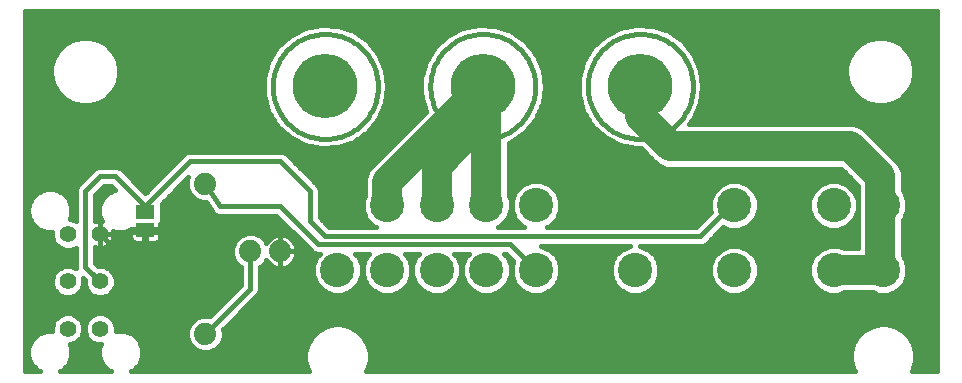
<source format=gbl>
G75*
G70*
%OFA0B0*%
%FSLAX24Y24*%
%IPPOS*%
%LPD*%
%AMOC8*
5,1,8,0,0,1.08239X$1,22.5*
%
%ADD10C,0.0160*%
%ADD11C,0.1142*%
%ADD12C,0.0740*%
%ADD13C,0.2150*%
%ADD14R,0.0630X0.0460*%
%ADD15C,0.0554*%
%ADD16C,0.1000*%
D10*
X002948Y003300D02*
X002948Y015300D01*
X033338Y015300D01*
X033338Y003300D01*
X032490Y003300D01*
X032540Y003387D01*
X032613Y003659D01*
X032613Y003941D01*
X032540Y004213D01*
X032399Y004457D01*
X032200Y004657D01*
X031956Y004798D01*
X031683Y004871D01*
X031401Y004871D01*
X031129Y004798D01*
X030885Y004657D01*
X030686Y004457D01*
X030545Y004213D01*
X030472Y003941D01*
X030472Y003659D01*
X030545Y003387D01*
X030595Y003300D01*
X014301Y003300D01*
X014351Y003387D01*
X014424Y003659D01*
X014424Y003941D01*
X014351Y004213D01*
X014210Y004457D01*
X014011Y004657D01*
X013767Y004798D01*
X013494Y004871D01*
X013212Y004871D01*
X012940Y004798D01*
X012696Y004657D01*
X012497Y004457D01*
X012356Y004213D01*
X012283Y003941D01*
X012283Y003659D01*
X012356Y003387D01*
X012406Y003300D01*
X006461Y003300D01*
X006535Y003331D01*
X006736Y003532D01*
X006845Y003795D01*
X006845Y004080D01*
X006736Y004344D01*
X006535Y004545D01*
X006271Y004654D01*
X005986Y004654D01*
X005957Y004642D01*
X005957Y004828D01*
X005878Y005018D01*
X005733Y005164D01*
X005543Y005242D01*
X005337Y005242D01*
X005147Y005164D01*
X005002Y005018D01*
X004923Y004828D01*
X004923Y004622D01*
X005002Y004432D01*
X005147Y004287D01*
X005337Y004208D01*
X005466Y004208D01*
X005413Y004080D01*
X005413Y003795D01*
X005522Y003532D01*
X005723Y003331D01*
X005797Y003300D01*
X004099Y003300D01*
X004172Y003331D01*
X004374Y003532D01*
X004483Y003795D01*
X004483Y004080D01*
X004430Y004208D01*
X004460Y004208D01*
X004650Y004287D01*
X004796Y004432D01*
X004874Y004622D01*
X004874Y004828D01*
X004796Y005018D01*
X004650Y005164D01*
X004460Y005242D01*
X004254Y005242D01*
X004064Y005164D01*
X003919Y005018D01*
X003840Y004828D01*
X003840Y004654D01*
X003624Y004654D01*
X003361Y004545D01*
X003160Y004344D01*
X003051Y004080D01*
X003051Y003795D01*
X003160Y003532D01*
X003361Y003331D01*
X003435Y003300D01*
X002948Y003300D01*
X002948Y003434D02*
X003258Y003434D01*
X003135Y003593D02*
X002948Y003593D01*
X002948Y003751D02*
X003069Y003751D01*
X003051Y003910D02*
X002948Y003910D01*
X002948Y004068D02*
X003051Y004068D01*
X003111Y004227D02*
X002948Y004227D01*
X002948Y004385D02*
X003201Y004385D01*
X003360Y004544D02*
X002948Y004544D01*
X002948Y004702D02*
X003840Y004702D01*
X003854Y004861D02*
X002948Y004861D01*
X002948Y005019D02*
X003920Y005019D01*
X004098Y005178D02*
X002948Y005178D01*
X002948Y005336D02*
X009281Y005336D01*
X009123Y005178D02*
X005699Y005178D01*
X005878Y005019D02*
X008554Y005019D01*
X008602Y005067D02*
X008431Y004896D01*
X008338Y004671D01*
X008338Y004429D01*
X008431Y004204D01*
X008602Y004033D01*
X008826Y003940D01*
X009069Y003940D01*
X009293Y004033D01*
X009465Y004204D01*
X009558Y004429D01*
X009558Y004671D01*
X009547Y004697D01*
X010719Y005869D01*
X010768Y005986D01*
X010768Y006772D01*
X010793Y006783D01*
X010965Y006954D01*
X010985Y007002D01*
X011028Y006942D01*
X011090Y006880D01*
X011160Y006830D01*
X011237Y006790D01*
X011319Y006764D01*
X011405Y006750D01*
X011448Y006750D01*
X011491Y006750D01*
X011577Y006764D01*
X011659Y006790D01*
X011736Y006830D01*
X011806Y006880D01*
X011867Y006942D01*
X011918Y007012D01*
X011958Y007089D01*
X011984Y007171D01*
X011998Y007257D01*
X011998Y007300D01*
X011998Y007343D01*
X011984Y007429D01*
X011958Y007511D01*
X011918Y007588D01*
X011867Y007658D01*
X011806Y007720D01*
X011736Y007770D01*
X011659Y007810D01*
X011577Y007836D01*
X011491Y007850D01*
X011448Y007850D01*
X011448Y007300D01*
X011998Y007300D01*
X011448Y007300D01*
X011448Y007300D01*
X011448Y007300D01*
X011448Y006750D01*
X011448Y007300D01*
X011448Y007300D01*
X011448Y007850D01*
X011405Y007850D01*
X011319Y007836D01*
X011237Y007810D01*
X011160Y007770D01*
X011090Y007720D01*
X011028Y007658D01*
X010985Y007598D01*
X010965Y007646D01*
X010793Y007817D01*
X010569Y007910D01*
X010326Y007910D01*
X010102Y007817D01*
X009931Y007646D01*
X009838Y007421D01*
X009838Y007179D01*
X009931Y006954D01*
X010102Y006783D01*
X010128Y006772D01*
X010128Y006183D01*
X009095Y005149D01*
X009069Y005160D01*
X008826Y005160D01*
X008602Y005067D01*
X008416Y004861D02*
X005944Y004861D01*
X005957Y004702D02*
X008351Y004702D01*
X008338Y004544D02*
X006536Y004544D01*
X006695Y004385D02*
X008356Y004385D01*
X008422Y004227D02*
X006785Y004227D01*
X006845Y004068D02*
X008567Y004068D01*
X009329Y004068D02*
X012317Y004068D01*
X012283Y003910D02*
X006845Y003910D01*
X006827Y003751D02*
X012283Y003751D01*
X012301Y003593D02*
X006761Y003593D01*
X006638Y003434D02*
X012343Y003434D01*
X012363Y004227D02*
X009474Y004227D01*
X009540Y004385D02*
X012455Y004385D01*
X012583Y004544D02*
X009558Y004544D01*
X009552Y004702D02*
X012775Y004702D01*
X013175Y004861D02*
X009711Y004861D01*
X009869Y005019D02*
X033338Y005019D01*
X033338Y004861D02*
X031721Y004861D01*
X031364Y004861D02*
X013532Y004861D01*
X013932Y004702D02*
X030964Y004702D01*
X030772Y004544D02*
X014124Y004544D01*
X014252Y004385D02*
X030644Y004385D01*
X030552Y004227D02*
X014343Y004227D01*
X014390Y004068D02*
X030506Y004068D01*
X030472Y003910D02*
X014424Y003910D01*
X014424Y003751D02*
X030472Y003751D01*
X030490Y003593D02*
X014406Y003593D01*
X014364Y003434D02*
X030532Y003434D01*
X032553Y003434D02*
X033338Y003434D01*
X033338Y003593D02*
X032595Y003593D01*
X032613Y003751D02*
X033338Y003751D01*
X033338Y003910D02*
X032613Y003910D01*
X032579Y004068D02*
X033338Y004068D01*
X033338Y004227D02*
X032532Y004227D01*
X032441Y004385D02*
X033338Y004385D01*
X033338Y004544D02*
X032313Y004544D01*
X032121Y004702D02*
X033338Y004702D01*
X033338Y005178D02*
X010028Y005178D01*
X010186Y005336D02*
X033338Y005336D01*
X033338Y005495D02*
X010345Y005495D01*
X010503Y005653D02*
X033338Y005653D01*
X033338Y005812D02*
X010662Y005812D01*
X010761Y005970D02*
X012934Y005970D01*
X012894Y005987D02*
X013192Y005863D01*
X013515Y005863D01*
X013813Y005987D01*
X014041Y006215D01*
X014164Y006513D01*
X014164Y006835D01*
X014041Y007133D01*
X013944Y007230D01*
X014416Y007230D01*
X014319Y007133D01*
X014196Y006835D01*
X014196Y006513D01*
X014319Y006215D01*
X014548Y005987D01*
X014846Y005863D01*
X015168Y005863D01*
X015466Y005987D01*
X015694Y006215D01*
X015818Y006513D01*
X015818Y006835D01*
X015694Y007133D01*
X015598Y007230D01*
X016070Y007230D01*
X015973Y007133D01*
X015850Y006835D01*
X015850Y006513D01*
X015973Y006215D01*
X016201Y005987D01*
X016499Y005863D01*
X016822Y005863D01*
X017120Y005987D01*
X017348Y006215D01*
X017471Y006513D01*
X017471Y006835D01*
X017348Y007133D01*
X017251Y007230D01*
X017723Y007230D01*
X017627Y007133D01*
X017503Y006835D01*
X017503Y006513D01*
X017627Y006215D01*
X017855Y005987D01*
X018153Y005863D01*
X018475Y005863D01*
X018773Y005987D01*
X019001Y006215D01*
X019125Y006513D01*
X019125Y006835D01*
X019001Y007133D01*
X018905Y007230D01*
X018959Y007230D01*
X019214Y006975D01*
X019157Y006835D01*
X019157Y006513D01*
X019280Y006215D01*
X019508Y005987D01*
X019806Y005863D01*
X020129Y005863D01*
X020427Y005987D01*
X020655Y006215D01*
X020778Y006513D01*
X020778Y006835D01*
X020655Y007133D01*
X020427Y007361D01*
X020141Y007480D01*
X023102Y007480D01*
X022815Y007361D01*
X022587Y007133D01*
X022464Y006835D01*
X022464Y006513D01*
X022587Y006215D01*
X022815Y005987D01*
X023113Y005863D01*
X023436Y005863D01*
X023734Y005987D01*
X023962Y006215D01*
X024085Y006513D01*
X024085Y006835D01*
X023962Y007133D01*
X023734Y007361D01*
X023448Y007480D01*
X025511Y007480D01*
X025629Y007529D01*
X026214Y008114D01*
X026420Y008029D01*
X026743Y008029D01*
X027041Y008152D01*
X027269Y008380D01*
X027393Y008678D01*
X027393Y009001D01*
X027269Y009299D01*
X027041Y009527D01*
X026743Y009650D01*
X026420Y009650D01*
X026122Y009527D01*
X025894Y009299D01*
X025771Y009001D01*
X025771Y008678D01*
X025801Y008606D01*
X025315Y008120D01*
X020350Y008120D01*
X020427Y008152D01*
X020655Y008380D01*
X020778Y008678D01*
X020778Y009001D01*
X020655Y009299D01*
X020427Y009527D01*
X020129Y009650D01*
X019806Y009650D01*
X019508Y009527D01*
X019280Y009299D01*
X019157Y009001D01*
X019157Y008678D01*
X019280Y008380D01*
X019508Y008152D01*
X019585Y008120D01*
X018696Y008120D01*
X018773Y008152D01*
X019001Y008380D01*
X019125Y008678D01*
X019125Y009001D01*
X019054Y009172D01*
X019054Y010928D01*
X019150Y010962D01*
X019150Y010962D01*
X019611Y011287D01*
X019611Y011287D01*
X019611Y011287D01*
X019966Y011724D01*
X019966Y011724D01*
X020191Y012242D01*
X020268Y012800D01*
X020191Y013358D01*
X020191Y013358D01*
X019966Y013876D01*
X019611Y014313D01*
X019611Y014313D01*
X019150Y014638D01*
X018619Y014827D01*
X018057Y014865D01*
X018057Y014865D01*
X017505Y014750D01*
X017505Y014750D01*
X017004Y014491D01*
X016592Y014106D01*
X016299Y013625D01*
X016147Y013082D01*
X016147Y012518D01*
X016299Y011975D01*
X016310Y011958D01*
X014380Y010028D01*
X014267Y009756D01*
X014267Y009172D01*
X014196Y009001D01*
X014196Y008678D01*
X014319Y008380D01*
X014548Y008152D01*
X014625Y008120D01*
X013080Y008120D01*
X012768Y008433D01*
X012768Y009364D01*
X012719Y009481D01*
X012629Y009571D01*
X011629Y010571D01*
X011511Y010620D01*
X008384Y010620D01*
X008267Y010571D01*
X006948Y009253D01*
X006129Y010071D01*
X006011Y010120D01*
X005384Y010120D01*
X005267Y010071D01*
X004767Y009571D01*
X004767Y009571D01*
X004677Y009481D01*
X004628Y009364D01*
X004628Y008323D01*
X004460Y008392D01*
X004430Y008392D01*
X004483Y008520D01*
X004483Y008805D01*
X004374Y009068D01*
X004172Y009269D01*
X003909Y009378D01*
X003624Y009378D01*
X003361Y009269D01*
X003160Y009068D01*
X003051Y008805D01*
X003051Y008520D01*
X003160Y008256D01*
X003361Y008055D01*
X003624Y007946D01*
X003840Y007946D01*
X003840Y007772D01*
X003919Y007582D01*
X004064Y007436D01*
X004254Y007358D01*
X004460Y007358D01*
X004628Y007427D01*
X004628Y006748D01*
X004460Y006817D01*
X004254Y006817D01*
X004064Y006738D01*
X003919Y006593D01*
X003840Y006403D01*
X003840Y006197D01*
X003919Y006007D01*
X004064Y005862D01*
X004254Y005783D01*
X004460Y005783D01*
X004650Y005862D01*
X004796Y006007D01*
X004874Y006197D01*
X004874Y006403D01*
X004867Y006420D01*
X004923Y006365D01*
X004923Y006197D01*
X005002Y006007D01*
X005147Y005862D01*
X005337Y005783D01*
X005543Y005783D01*
X005733Y005862D01*
X005878Y006007D01*
X005957Y006197D01*
X005957Y006403D01*
X005878Y006593D01*
X005733Y006738D01*
X005543Y006817D01*
X005375Y006817D01*
X005268Y006925D01*
X005268Y007450D01*
X005333Y007429D01*
X005404Y007418D01*
X005431Y007418D01*
X005431Y007866D01*
X005449Y007866D01*
X005449Y007883D01*
X005897Y007883D01*
X005897Y007911D01*
X005886Y007982D01*
X005884Y007989D01*
X005986Y007946D01*
X006271Y007946D01*
X006486Y008035D01*
X006913Y008035D01*
X006913Y007965D01*
X006983Y007965D01*
X006983Y008035D01*
X007443Y008035D01*
X007443Y008211D01*
X007466Y008234D01*
X007503Y008322D01*
X007503Y008878D01*
X007496Y008895D01*
X008385Y009784D01*
X008338Y009671D01*
X008338Y009429D01*
X008431Y009204D01*
X008602Y009033D01*
X008826Y008940D01*
X008970Y008940D01*
X009164Y008649D01*
X009177Y008619D01*
X009199Y008596D01*
X009217Y008570D01*
X009244Y008552D01*
X009267Y008529D01*
X009296Y008516D01*
X009323Y008499D01*
X009354Y008492D01*
X009384Y008480D01*
X009416Y008480D01*
X009447Y008474D01*
X009479Y008480D01*
X011315Y008480D01*
X012427Y007369D01*
X012517Y007279D01*
X012634Y007230D01*
X012763Y007230D01*
X012666Y007133D01*
X012542Y006835D01*
X012542Y006513D01*
X012666Y006215D01*
X012894Y005987D01*
X012752Y006129D02*
X010768Y006129D01*
X010768Y006287D02*
X012636Y006287D01*
X012570Y006446D02*
X010768Y006446D01*
X010768Y006604D02*
X012542Y006604D01*
X012542Y006763D02*
X011570Y006763D01*
X011448Y006763D02*
X011448Y006763D01*
X011326Y006763D02*
X010768Y006763D01*
X010932Y006921D02*
X011049Y006921D01*
X011448Y006921D02*
X011448Y006921D01*
X011448Y007080D02*
X011448Y007080D01*
X011448Y007238D02*
X011448Y007238D01*
X011448Y007397D02*
X011448Y007397D01*
X011448Y007555D02*
X011448Y007555D01*
X011448Y007714D02*
X011448Y007714D01*
X011812Y007714D02*
X012082Y007714D01*
X011935Y007555D02*
X012240Y007555D01*
X012399Y007397D02*
X011989Y007397D01*
X011995Y007238D02*
X012615Y007238D01*
X012644Y007080D02*
X011953Y007080D01*
X011847Y006921D02*
X012578Y006921D01*
X012698Y007550D02*
X019092Y007550D01*
X019968Y006674D01*
X019192Y006921D02*
X019089Y006921D01*
X019109Y007080D02*
X019024Y007080D01*
X019125Y006763D02*
X019157Y006763D01*
X019157Y006604D02*
X019125Y006604D01*
X019097Y006446D02*
X019184Y006446D01*
X019250Y006287D02*
X019031Y006287D01*
X018915Y006129D02*
X019366Y006129D01*
X019548Y005970D02*
X018733Y005970D01*
X017895Y005970D02*
X017080Y005970D01*
X017262Y006129D02*
X017713Y006129D01*
X017597Y006287D02*
X017378Y006287D01*
X017443Y006446D02*
X017531Y006446D01*
X017503Y006604D02*
X017471Y006604D01*
X017471Y006763D02*
X017503Y006763D01*
X017539Y006921D02*
X017436Y006921D01*
X017370Y007080D02*
X017604Y007080D01*
X015951Y007080D02*
X015717Y007080D01*
X015782Y006921D02*
X015885Y006921D01*
X015850Y006763D02*
X015818Y006763D01*
X015818Y006604D02*
X015850Y006604D01*
X015877Y006446D02*
X015790Y006446D01*
X015724Y006287D02*
X015943Y006287D01*
X016059Y006129D02*
X015608Y006129D01*
X015426Y005970D02*
X016241Y005970D01*
X014588Y005970D02*
X013773Y005970D01*
X013955Y006129D02*
X014406Y006129D01*
X014290Y006287D02*
X014071Y006287D01*
X014136Y006446D02*
X014224Y006446D01*
X014196Y006604D02*
X014164Y006604D01*
X014164Y006763D02*
X014196Y006763D01*
X014232Y006921D02*
X014129Y006921D01*
X014063Y007080D02*
X014297Y007080D01*
X012948Y007800D02*
X025448Y007800D01*
X026487Y008839D01*
X026582Y008839D01*
X027393Y008823D02*
X029078Y008823D01*
X029078Y008678D02*
X029201Y008380D01*
X029429Y008152D01*
X029727Y008029D01*
X030050Y008029D01*
X030348Y008152D01*
X030576Y008380D01*
X030700Y008678D01*
X030700Y009001D01*
X030576Y009299D01*
X030348Y009527D01*
X030050Y009650D01*
X029727Y009650D01*
X029429Y009527D01*
X029201Y009299D01*
X029078Y009001D01*
X029078Y008678D01*
X029084Y008665D02*
X027387Y008665D01*
X027321Y008506D02*
X029149Y008506D01*
X029234Y008348D02*
X027237Y008348D01*
X027078Y008189D02*
X029392Y008189D01*
X029723Y008031D02*
X026748Y008031D01*
X026416Y008031D02*
X026131Y008031D01*
X025972Y007872D02*
X030708Y007872D01*
X030708Y007714D02*
X025814Y007714D01*
X025655Y007555D02*
X030708Y007555D01*
X030708Y007414D02*
X030221Y007414D01*
X030050Y007485D01*
X029727Y007485D01*
X029429Y007361D01*
X029201Y007133D01*
X029078Y006835D01*
X029078Y006513D01*
X029201Y006215D01*
X029429Y005987D01*
X029727Y005863D01*
X030050Y005863D01*
X030221Y005934D01*
X031210Y005934D01*
X031381Y005863D01*
X031704Y005863D01*
X032002Y005987D01*
X032230Y006215D01*
X032353Y006513D01*
X032353Y006835D01*
X032230Y007133D01*
X032188Y007175D01*
X032188Y008338D01*
X032230Y008380D01*
X032353Y008678D01*
X032353Y009001D01*
X032230Y009299D01*
X032188Y009341D01*
X032188Y009947D01*
X032075Y010219D01*
X031867Y010427D01*
X030867Y011427D01*
X030595Y011540D01*
X025066Y011540D01*
X025216Y011724D01*
X025216Y011724D01*
X025441Y012242D01*
X025518Y012800D01*
X025441Y013358D01*
X025441Y013358D01*
X025216Y013876D01*
X024861Y014313D01*
X024861Y014313D01*
X024861Y014313D01*
X024400Y014638D01*
X023869Y014827D01*
X023307Y014865D01*
X023307Y014865D01*
X022755Y014750D01*
X022755Y014750D01*
X022254Y014491D01*
X021842Y014106D01*
X021549Y013625D01*
X021549Y013625D01*
X021397Y013082D01*
X021397Y012518D01*
X021549Y011975D01*
X021842Y011494D01*
X021842Y011494D01*
X022254Y011109D01*
X022254Y011109D01*
X022755Y010850D01*
X023307Y010735D01*
X023456Y010745D01*
X023820Y010381D01*
X024029Y010173D01*
X024301Y010060D01*
X030141Y010060D01*
X030708Y009493D01*
X030708Y007414D01*
X029514Y007397D02*
X026956Y007397D01*
X027041Y007361D02*
X026743Y007485D01*
X026420Y007485D01*
X026122Y007361D01*
X025894Y007133D01*
X025771Y006835D01*
X025771Y006513D01*
X025894Y006215D01*
X026122Y005987D01*
X026420Y005863D01*
X026743Y005863D01*
X027041Y005987D01*
X027269Y006215D01*
X027393Y006513D01*
X027393Y006835D01*
X027269Y007133D01*
X027041Y007361D01*
X027164Y007238D02*
X029306Y007238D01*
X029179Y007080D02*
X027291Y007080D01*
X027357Y006921D02*
X029113Y006921D01*
X029078Y006763D02*
X027393Y006763D01*
X027393Y006604D02*
X029078Y006604D01*
X029106Y006446D02*
X027365Y006446D01*
X027299Y006287D02*
X029171Y006287D01*
X029288Y006129D02*
X027183Y006129D01*
X027001Y005970D02*
X029470Y005970D01*
X031962Y005970D02*
X033338Y005970D01*
X033338Y006129D02*
X032144Y006129D01*
X032260Y006287D02*
X033338Y006287D01*
X033338Y006446D02*
X032325Y006446D01*
X032353Y006604D02*
X033338Y006604D01*
X033338Y006763D02*
X032353Y006763D01*
X032318Y006921D02*
X033338Y006921D01*
X033338Y007080D02*
X032252Y007080D01*
X032188Y007238D02*
X033338Y007238D01*
X033338Y007397D02*
X032188Y007397D01*
X032188Y007555D02*
X033338Y007555D01*
X033338Y007714D02*
X032188Y007714D01*
X032188Y007872D02*
X033338Y007872D01*
X033338Y008031D02*
X032188Y008031D01*
X032188Y008189D02*
X033338Y008189D01*
X033338Y008348D02*
X032197Y008348D01*
X032282Y008506D02*
X033338Y008506D01*
X033338Y008665D02*
X032348Y008665D01*
X032353Y008823D02*
X033338Y008823D01*
X033338Y008982D02*
X032353Y008982D01*
X032295Y009140D02*
X033338Y009140D01*
X033338Y009299D02*
X032230Y009299D01*
X032188Y009457D02*
X033338Y009457D01*
X033338Y009616D02*
X032188Y009616D01*
X032188Y009774D02*
X033338Y009774D01*
X033338Y009933D02*
X032188Y009933D01*
X032128Y010091D02*
X033338Y010091D01*
X033338Y010250D02*
X032045Y010250D01*
X031886Y010408D02*
X033338Y010408D01*
X033338Y010567D02*
X031728Y010567D01*
X031569Y010725D02*
X033338Y010725D01*
X033338Y010884D02*
X031411Y010884D01*
X031252Y011042D02*
X033338Y011042D01*
X033338Y011201D02*
X031094Y011201D01*
X030935Y011359D02*
X033338Y011359D01*
X033338Y011518D02*
X030649Y011518D01*
X031012Y012247D02*
X031299Y012170D01*
X031597Y012170D01*
X031884Y012247D01*
X032142Y012396D01*
X032352Y012606D01*
X032501Y012864D01*
X032578Y013151D01*
X032578Y013449D01*
X032501Y013736D01*
X032352Y013994D01*
X032142Y014204D01*
X031884Y014353D01*
X031597Y014430D01*
X031299Y014430D01*
X031012Y014353D01*
X030754Y014204D01*
X030544Y013994D01*
X030395Y013736D01*
X030318Y013449D01*
X030318Y013151D01*
X030395Y012864D01*
X030544Y012606D01*
X030754Y012396D01*
X031012Y012247D01*
X030903Y012310D02*
X025450Y012310D01*
X025441Y012242D02*
X025441Y012242D01*
X025402Y012152D02*
X033338Y012152D01*
X033338Y012310D02*
X031993Y012310D01*
X032214Y012469D02*
X033338Y012469D01*
X033338Y012627D02*
X032364Y012627D01*
X032456Y012786D02*
X033338Y012786D01*
X033338Y012944D02*
X032522Y012944D01*
X032565Y013103D02*
X033338Y013103D01*
X033338Y013261D02*
X032578Y013261D01*
X032578Y013420D02*
X033338Y013420D01*
X033338Y013578D02*
X032543Y013578D01*
X032501Y013737D02*
X033338Y013737D01*
X033338Y013895D02*
X032409Y013895D01*
X032292Y014054D02*
X033338Y014054D01*
X033338Y014212D02*
X032128Y014212D01*
X031819Y014371D02*
X033338Y014371D01*
X033338Y014529D02*
X024554Y014529D01*
X024400Y014638D02*
X024400Y014638D01*
X024261Y014688D02*
X033338Y014688D01*
X033338Y014846D02*
X023587Y014846D01*
X023869Y014827D02*
X023869Y014827D01*
X023214Y014846D02*
X018337Y014846D01*
X018619Y014827D02*
X018619Y014827D01*
X019011Y014688D02*
X022633Y014688D01*
X022327Y014529D02*
X019304Y014529D01*
X019150Y014638D02*
X019150Y014638D01*
X019529Y014371D02*
X022125Y014371D01*
X022254Y014491D02*
X022254Y014491D01*
X021955Y014212D02*
X019693Y014212D01*
X019822Y014054D02*
X021810Y014054D01*
X021842Y014106D02*
X021842Y014106D01*
X021714Y013895D02*
X019951Y013895D01*
X019966Y013876D02*
X019966Y013876D01*
X020027Y013737D02*
X021617Y013737D01*
X021536Y013578D02*
X020096Y013578D01*
X020165Y013420D02*
X021492Y013420D01*
X021447Y013261D02*
X020204Y013261D01*
X020226Y013103D02*
X021403Y013103D01*
X021397Y012944D02*
X020248Y012944D01*
X020266Y012786D02*
X021397Y012786D01*
X021397Y012627D02*
X020244Y012627D01*
X020222Y012469D02*
X021411Y012469D01*
X021455Y012310D02*
X020200Y012310D01*
X020191Y012242D02*
X020191Y012242D01*
X020152Y012152D02*
X021500Y012152D01*
X021544Y011993D02*
X020083Y011993D01*
X020014Y011835D02*
X021635Y011835D01*
X021549Y011975D02*
X021549Y011975D01*
X021731Y011676D02*
X019927Y011676D01*
X019798Y011518D02*
X021828Y011518D01*
X021986Y011359D02*
X019669Y011359D01*
X019488Y011201D02*
X022156Y011201D01*
X022383Y011042D02*
X019263Y011042D01*
X019054Y010884D02*
X022689Y010884D01*
X022755Y010850D02*
X022755Y010850D01*
X023307Y010735D02*
X023307Y010735D01*
X023476Y010725D02*
X019054Y010725D01*
X019054Y010567D02*
X023635Y010567D01*
X023793Y010408D02*
X019054Y010408D01*
X019054Y010250D02*
X023952Y010250D01*
X024226Y010091D02*
X019054Y010091D01*
X019054Y009933D02*
X030269Y009933D01*
X030427Y009774D02*
X019054Y009774D01*
X019054Y009616D02*
X019722Y009616D01*
X019438Y009457D02*
X019054Y009457D01*
X019054Y009299D02*
X019280Y009299D01*
X019214Y009140D02*
X019067Y009140D01*
X019125Y008982D02*
X019157Y008982D01*
X019157Y008823D02*
X019125Y008823D01*
X019119Y008665D02*
X019162Y008665D01*
X019228Y008506D02*
X019054Y008506D01*
X018969Y008348D02*
X019313Y008348D01*
X019471Y008189D02*
X018810Y008189D01*
X020464Y008189D02*
X025384Y008189D01*
X025543Y008348D02*
X020622Y008348D01*
X020707Y008506D02*
X025701Y008506D01*
X025776Y008665D02*
X020773Y008665D01*
X020778Y008823D02*
X025771Y008823D01*
X025771Y008982D02*
X020778Y008982D01*
X020721Y009140D02*
X025829Y009140D01*
X025894Y009299D02*
X020655Y009299D01*
X020497Y009457D02*
X026053Y009457D01*
X026337Y009616D02*
X020213Y009616D01*
X016027Y011676D02*
X014677Y011676D01*
X014716Y011724D02*
X014941Y012242D01*
X015018Y012800D01*
X014941Y013358D01*
X014941Y013358D01*
X014716Y013876D01*
X014361Y014313D01*
X014361Y014313D01*
X014361Y014313D01*
X013900Y014638D01*
X013369Y014827D01*
X012807Y014865D01*
X012807Y014865D01*
X012255Y014750D01*
X012255Y014750D01*
X011754Y014491D01*
X011342Y014106D01*
X011049Y013625D01*
X011049Y013625D01*
X010897Y013082D01*
X010897Y012518D01*
X011049Y011975D01*
X011342Y011494D01*
X011342Y011494D01*
X011754Y011109D01*
X011754Y011109D01*
X012255Y010850D01*
X012807Y010735D01*
X013369Y010773D01*
X013900Y010962D01*
X013900Y010962D01*
X014361Y011287D01*
X014361Y011287D01*
X014361Y011287D01*
X014716Y011724D01*
X014716Y011724D01*
X014764Y011835D02*
X016186Y011835D01*
X016294Y011993D02*
X014833Y011993D01*
X014902Y012152D02*
X016250Y012152D01*
X016205Y012310D02*
X014950Y012310D01*
X014941Y012242D02*
X014941Y012242D01*
X014972Y012469D02*
X016161Y012469D01*
X016147Y012627D02*
X014994Y012627D01*
X015016Y012786D02*
X016147Y012786D01*
X016147Y012944D02*
X014998Y012944D01*
X014976Y013103D02*
X016153Y013103D01*
X016197Y013261D02*
X014954Y013261D01*
X014915Y013420D02*
X016242Y013420D01*
X016286Y013578D02*
X014846Y013578D01*
X014777Y013737D02*
X016367Y013737D01*
X016464Y013895D02*
X014701Y013895D01*
X014716Y013876D02*
X014716Y013876D01*
X014572Y014054D02*
X016560Y014054D01*
X016592Y014106D02*
X016592Y014106D01*
X016705Y014212D02*
X014443Y014212D01*
X014279Y014371D02*
X016875Y014371D01*
X017004Y014491D02*
X017004Y014491D01*
X017004Y014491D01*
X017077Y014529D02*
X014054Y014529D01*
X013900Y014638D02*
X013900Y014638D01*
X013761Y014688D02*
X017383Y014688D01*
X017964Y014846D02*
X013087Y014846D01*
X013369Y014827D02*
X013369Y014827D01*
X012714Y014846D02*
X002948Y014846D01*
X002948Y014688D02*
X012133Y014688D01*
X011827Y014529D02*
X002948Y014529D01*
X002948Y014371D02*
X004577Y014371D01*
X004512Y014353D02*
X004254Y014204D01*
X004044Y013994D01*
X003895Y013736D01*
X003818Y013449D01*
X003818Y013151D01*
X003895Y012864D01*
X004044Y012606D01*
X004254Y012396D01*
X004512Y012247D01*
X004799Y012170D01*
X005097Y012170D01*
X005384Y012247D01*
X005642Y012396D01*
X005852Y012606D01*
X006001Y012864D01*
X006078Y013151D01*
X006078Y013449D01*
X006001Y013736D01*
X005852Y013994D01*
X005642Y014204D01*
X005384Y014353D01*
X005097Y014430D01*
X004799Y014430D01*
X004512Y014353D01*
X004267Y014212D02*
X002948Y014212D01*
X002948Y014054D02*
X004103Y014054D01*
X003987Y013895D02*
X002948Y013895D01*
X002948Y013737D02*
X003895Y013737D01*
X003852Y013578D02*
X002948Y013578D01*
X002948Y013420D02*
X003818Y013420D01*
X003818Y013261D02*
X002948Y013261D01*
X002948Y013103D02*
X003831Y013103D01*
X003873Y012944D02*
X002948Y012944D01*
X002948Y012786D02*
X003940Y012786D01*
X004032Y012627D02*
X002948Y012627D01*
X002948Y012469D02*
X004181Y012469D01*
X004403Y012310D02*
X002948Y012310D01*
X002948Y012152D02*
X011000Y012152D01*
X010955Y012310D02*
X005493Y012310D01*
X005714Y012469D02*
X010911Y012469D01*
X010897Y012627D02*
X005864Y012627D01*
X005956Y012786D02*
X010897Y012786D01*
X010897Y012944D02*
X006022Y012944D01*
X006065Y013103D02*
X010903Y013103D01*
X010947Y013261D02*
X006078Y013261D01*
X006078Y013420D02*
X010992Y013420D01*
X011036Y013578D02*
X006043Y013578D01*
X006001Y013737D02*
X011117Y013737D01*
X011214Y013895D02*
X005909Y013895D01*
X005792Y014054D02*
X011310Y014054D01*
X011342Y014106D02*
X011342Y014106D01*
X011455Y014212D02*
X005628Y014212D01*
X005319Y014371D02*
X011625Y014371D01*
X011754Y014491D02*
X011754Y014491D01*
X011198Y012800D02*
X011200Y012886D01*
X011206Y012972D01*
X011217Y013057D01*
X011232Y013141D01*
X011250Y013225D01*
X011273Y013308D01*
X011300Y013390D01*
X011331Y013470D01*
X011366Y013548D01*
X011405Y013625D01*
X011447Y013700D01*
X011493Y013772D01*
X011542Y013842D01*
X011595Y013910D01*
X011651Y013975D01*
X011711Y014037D01*
X011773Y014097D01*
X011838Y014153D01*
X011906Y014206D01*
X011976Y014255D01*
X012048Y014301D01*
X012123Y014343D01*
X012200Y014382D01*
X012278Y014417D01*
X012358Y014448D01*
X012440Y014475D01*
X012523Y014498D01*
X012607Y014516D01*
X012691Y014531D01*
X012776Y014542D01*
X012862Y014548D01*
X012948Y014550D01*
X013034Y014548D01*
X013120Y014542D01*
X013205Y014531D01*
X013289Y014516D01*
X013373Y014498D01*
X013456Y014475D01*
X013538Y014448D01*
X013618Y014417D01*
X013696Y014382D01*
X013773Y014343D01*
X013848Y014301D01*
X013920Y014255D01*
X013990Y014206D01*
X014058Y014153D01*
X014123Y014097D01*
X014185Y014037D01*
X014245Y013975D01*
X014301Y013910D01*
X014354Y013842D01*
X014403Y013772D01*
X014449Y013700D01*
X014491Y013625D01*
X014530Y013548D01*
X014565Y013470D01*
X014596Y013390D01*
X014623Y013308D01*
X014646Y013225D01*
X014664Y013141D01*
X014679Y013057D01*
X014690Y012972D01*
X014696Y012886D01*
X014698Y012800D01*
X014696Y012714D01*
X014690Y012628D01*
X014679Y012543D01*
X014664Y012459D01*
X014646Y012375D01*
X014623Y012292D01*
X014596Y012210D01*
X014565Y012130D01*
X014530Y012052D01*
X014491Y011975D01*
X014449Y011900D01*
X014403Y011828D01*
X014354Y011758D01*
X014301Y011690D01*
X014245Y011625D01*
X014185Y011563D01*
X014123Y011503D01*
X014058Y011447D01*
X013990Y011394D01*
X013920Y011345D01*
X013848Y011299D01*
X013773Y011257D01*
X013696Y011218D01*
X013618Y011183D01*
X013538Y011152D01*
X013456Y011125D01*
X013373Y011102D01*
X013289Y011084D01*
X013205Y011069D01*
X013120Y011058D01*
X013034Y011052D01*
X012948Y011050D01*
X012862Y011052D01*
X012776Y011058D01*
X012691Y011069D01*
X012607Y011084D01*
X012523Y011102D01*
X012440Y011125D01*
X012358Y011152D01*
X012278Y011183D01*
X012200Y011218D01*
X012123Y011257D01*
X012048Y011299D01*
X011976Y011345D01*
X011906Y011394D01*
X011838Y011447D01*
X011773Y011503D01*
X011711Y011563D01*
X011651Y011625D01*
X011595Y011690D01*
X011542Y011758D01*
X011493Y011828D01*
X011447Y011900D01*
X011405Y011975D01*
X011366Y012052D01*
X011331Y012130D01*
X011300Y012210D01*
X011273Y012292D01*
X011250Y012375D01*
X011232Y012459D01*
X011217Y012543D01*
X011206Y012628D01*
X011200Y012714D01*
X011198Y012800D01*
X011044Y011993D02*
X002948Y011993D01*
X002948Y011835D02*
X011135Y011835D01*
X011049Y011975D02*
X011049Y011975D01*
X011231Y011676D02*
X002948Y011676D01*
X002948Y011518D02*
X011328Y011518D01*
X011342Y011494D02*
X011342Y011494D01*
X011486Y011359D02*
X002948Y011359D01*
X002948Y011201D02*
X011656Y011201D01*
X011883Y011042D02*
X002948Y011042D01*
X002948Y010884D02*
X012189Y010884D01*
X012255Y010850D02*
X012255Y010850D01*
X012807Y010735D02*
X012807Y010735D01*
X013369Y010773D02*
X013369Y010773D01*
X013679Y010884D02*
X015235Y010884D01*
X015393Y011042D02*
X014013Y011042D01*
X014238Y011201D02*
X015552Y011201D01*
X015710Y011359D02*
X014419Y011359D01*
X014548Y011518D02*
X015869Y011518D01*
X015076Y010725D02*
X002948Y010725D01*
X002948Y010567D02*
X008262Y010567D01*
X008103Y010408D02*
X002948Y010408D01*
X002948Y010250D02*
X007945Y010250D01*
X007786Y010091D02*
X006081Y010091D01*
X006268Y009933D02*
X007628Y009933D01*
X007469Y009774D02*
X006426Y009774D01*
X006585Y009616D02*
X007311Y009616D01*
X007152Y009457D02*
X006743Y009457D01*
X006902Y009299D02*
X006994Y009299D01*
X007582Y008982D02*
X008726Y008982D01*
X008495Y009140D02*
X007740Y009140D01*
X007899Y009299D02*
X008392Y009299D01*
X008338Y009457D02*
X008057Y009457D01*
X008216Y009616D02*
X008338Y009616D01*
X008374Y009774D02*
X008380Y009774D01*
X008948Y009550D02*
X009448Y008800D01*
X011448Y008800D01*
X012698Y007550D01*
X012948Y007800D02*
X012448Y008300D01*
X012448Y009300D01*
X011448Y010300D01*
X008448Y010300D01*
X006948Y008800D01*
X005948Y009800D01*
X005448Y009800D01*
X004948Y009300D01*
X004948Y006792D01*
X005440Y006300D01*
X005957Y006287D02*
X010128Y006287D01*
X010128Y006446D02*
X005939Y006446D01*
X005867Y006604D02*
X010128Y006604D01*
X010128Y006763D02*
X005675Y006763D01*
X005272Y006921D02*
X009964Y006921D01*
X009879Y007080D02*
X005268Y007080D01*
X005268Y007238D02*
X009838Y007238D01*
X009838Y007397D02*
X005268Y007397D01*
X005449Y007418D02*
X005476Y007418D01*
X005547Y007429D01*
X005615Y007451D01*
X005680Y007484D01*
X005738Y007526D01*
X005789Y007577D01*
X005831Y007635D01*
X005864Y007699D01*
X005886Y007768D01*
X005897Y007839D01*
X005897Y007866D01*
X005449Y007866D01*
X005449Y007418D01*
X005449Y007555D02*
X005431Y007555D01*
X005431Y007714D02*
X005449Y007714D01*
X005449Y007872D02*
X006453Y007872D01*
X006453Y007965D02*
X006453Y007746D01*
X006465Y007701D01*
X006489Y007659D01*
X006522Y007626D01*
X006563Y007602D01*
X006609Y007590D01*
X006913Y007590D01*
X006913Y007965D01*
X006453Y007965D01*
X006475Y008031D02*
X006913Y008031D01*
X006948Y008000D02*
X006948Y007300D01*
X006598Y006950D01*
X006365Y006950D01*
X005440Y007875D01*
X005449Y007883D02*
X005431Y007883D01*
X005431Y008332D01*
X005404Y008332D01*
X005333Y008321D01*
X005268Y008300D01*
X005268Y009167D01*
X005580Y009480D01*
X005815Y009480D01*
X005937Y009358D01*
X005723Y009269D01*
X005522Y009068D01*
X005413Y008805D01*
X005413Y008520D01*
X005492Y008329D01*
X005476Y008332D01*
X005449Y008332D01*
X005449Y007883D01*
X005449Y008031D02*
X005431Y008031D01*
X005431Y008189D02*
X005449Y008189D01*
X005484Y008348D02*
X005268Y008348D01*
X005268Y008506D02*
X005418Y008506D01*
X005413Y008665D02*
X005268Y008665D01*
X005268Y008823D02*
X005420Y008823D01*
X005486Y008982D02*
X005268Y008982D01*
X005268Y009140D02*
X005594Y009140D01*
X005399Y009299D02*
X005794Y009299D01*
X005838Y009457D02*
X005557Y009457D01*
X004969Y009774D02*
X002948Y009774D01*
X002948Y009616D02*
X004811Y009616D01*
X004667Y009457D02*
X002948Y009457D01*
X002948Y009299D02*
X003431Y009299D01*
X003232Y009140D02*
X002948Y009140D01*
X002948Y008982D02*
X003124Y008982D01*
X003058Y008823D02*
X002948Y008823D01*
X002948Y008665D02*
X003051Y008665D01*
X003056Y008506D02*
X002948Y008506D01*
X002948Y008348D02*
X003122Y008348D01*
X003227Y008189D02*
X002948Y008189D01*
X002948Y008031D02*
X003420Y008031D01*
X003840Y007872D02*
X002948Y007872D01*
X002948Y007714D02*
X003864Y007714D01*
X003946Y007555D02*
X002948Y007555D01*
X002948Y007397D02*
X004161Y007397D01*
X004554Y007397D02*
X004628Y007397D01*
X004628Y007238D02*
X002948Y007238D01*
X002948Y007080D02*
X004628Y007080D01*
X004628Y006921D02*
X002948Y006921D01*
X002948Y006763D02*
X004122Y006763D01*
X003930Y006604D02*
X002948Y006604D01*
X002948Y006446D02*
X003858Y006446D01*
X003840Y006287D02*
X002948Y006287D01*
X002948Y006129D02*
X003869Y006129D01*
X003956Y005970D02*
X002948Y005970D01*
X002948Y005812D02*
X004185Y005812D01*
X004529Y005812D02*
X005268Y005812D01*
X005039Y005970D02*
X004759Y005970D01*
X004846Y006129D02*
X004951Y006129D01*
X004923Y006287D02*
X004874Y006287D01*
X004628Y006763D02*
X004592Y006763D01*
X005929Y006129D02*
X010074Y006129D01*
X009915Y005970D02*
X005841Y005970D01*
X005612Y005812D02*
X009757Y005812D01*
X009598Y005653D02*
X002948Y005653D01*
X002948Y005495D02*
X009440Y005495D01*
X008948Y004550D02*
X010448Y006050D01*
X010448Y007300D01*
X009893Y007555D02*
X005767Y007555D01*
X005868Y007714D02*
X006462Y007714D01*
X006913Y007714D02*
X006983Y007714D01*
X006983Y007590D02*
X007287Y007590D01*
X007332Y007602D01*
X007373Y007626D01*
X007407Y007659D01*
X007431Y007701D01*
X007443Y007746D01*
X007443Y007965D01*
X006983Y007965D01*
X006983Y007590D01*
X007434Y007714D02*
X009999Y007714D01*
X010235Y007872D02*
X007443Y007872D01*
X006983Y007872D02*
X006913Y007872D01*
X006983Y008031D02*
X011765Y008031D01*
X011606Y008189D02*
X007443Y008189D01*
X007503Y008348D02*
X011448Y008348D01*
X011923Y007872D02*
X010661Y007872D01*
X010897Y007714D02*
X011084Y007714D01*
X012768Y008506D02*
X014267Y008506D01*
X014202Y008665D02*
X012768Y008665D01*
X012768Y008823D02*
X014196Y008823D01*
X014196Y008982D02*
X012768Y008982D01*
X012768Y009140D02*
X014254Y009140D01*
X014267Y009299D02*
X012768Y009299D01*
X012729Y009457D02*
X014267Y009457D01*
X014267Y009616D02*
X012585Y009616D01*
X012426Y009774D02*
X014274Y009774D01*
X014340Y009933D02*
X012268Y009933D01*
X012109Y010091D02*
X014442Y010091D01*
X014601Y010250D02*
X011951Y010250D01*
X011792Y010408D02*
X014759Y010408D01*
X014918Y010567D02*
X011634Y010567D01*
X009048Y008823D02*
X007503Y008823D01*
X007503Y008665D02*
X009154Y008665D01*
X009312Y008506D02*
X007503Y008506D01*
X005128Y009933D02*
X002948Y009933D01*
X002948Y010091D02*
X005314Y010091D01*
X004628Y009299D02*
X004102Y009299D01*
X004302Y009140D02*
X004628Y009140D01*
X004628Y008982D02*
X004410Y008982D01*
X004475Y008823D02*
X004628Y008823D01*
X004628Y008665D02*
X004483Y008665D01*
X004477Y008506D02*
X004628Y008506D01*
X004628Y008348D02*
X004567Y008348D01*
X004617Y005178D02*
X005181Y005178D01*
X005002Y005019D02*
X004795Y005019D01*
X004861Y004861D02*
X004936Y004861D01*
X004923Y004702D02*
X004874Y004702D01*
X004842Y004544D02*
X004955Y004544D01*
X005049Y004385D02*
X004748Y004385D01*
X004505Y004227D02*
X005292Y004227D01*
X005413Y004068D02*
X004483Y004068D01*
X004483Y003910D02*
X005413Y003910D01*
X005431Y003751D02*
X004465Y003751D01*
X004399Y003593D02*
X005497Y003593D01*
X005620Y003434D02*
X004276Y003434D01*
X013011Y008189D02*
X014511Y008189D01*
X014352Y008348D02*
X012853Y008348D01*
X020342Y007397D02*
X022900Y007397D01*
X022692Y007238D02*
X020550Y007238D01*
X020677Y007080D02*
X022565Y007080D01*
X022499Y006921D02*
X020743Y006921D01*
X020778Y006763D02*
X022464Y006763D01*
X022464Y006604D02*
X020778Y006604D01*
X020751Y006446D02*
X022492Y006446D01*
X022557Y006287D02*
X020685Y006287D01*
X020569Y006129D02*
X022673Y006129D01*
X022855Y005970D02*
X020387Y005970D01*
X023694Y005970D02*
X026162Y005970D01*
X025980Y006129D02*
X023876Y006129D01*
X023992Y006287D02*
X025864Y006287D01*
X025799Y006446D02*
X024058Y006446D01*
X024085Y006604D02*
X025771Y006604D01*
X025771Y006763D02*
X024085Y006763D01*
X024050Y006921D02*
X025806Y006921D01*
X025872Y007080D02*
X023984Y007080D01*
X023857Y007238D02*
X025999Y007238D01*
X026207Y007397D02*
X023649Y007397D01*
X027393Y008982D02*
X029078Y008982D01*
X029136Y009140D02*
X027335Y009140D01*
X027269Y009299D02*
X029201Y009299D01*
X029360Y009457D02*
X027111Y009457D01*
X026827Y009616D02*
X029644Y009616D01*
X030134Y009616D02*
X030586Y009616D01*
X030708Y009457D02*
X030418Y009457D01*
X030576Y009299D02*
X030708Y009299D01*
X030708Y009140D02*
X030642Y009140D01*
X030700Y008982D02*
X030708Y008982D01*
X030700Y008823D02*
X030708Y008823D01*
X030694Y008665D02*
X030708Y008665D01*
X030708Y008506D02*
X030628Y008506D01*
X030708Y008348D02*
X030544Y008348D01*
X030385Y008189D02*
X030708Y008189D01*
X030708Y008031D02*
X030055Y008031D01*
X033338Y011676D02*
X025177Y011676D01*
X025264Y011835D02*
X033338Y011835D01*
X033338Y011993D02*
X025333Y011993D01*
X025472Y012469D02*
X030681Y012469D01*
X030532Y012627D02*
X025494Y012627D01*
X025516Y012786D02*
X030440Y012786D01*
X030373Y012944D02*
X025498Y012944D01*
X025476Y013103D02*
X030331Y013103D01*
X030318Y013261D02*
X025454Y013261D01*
X025415Y013420D02*
X030318Y013420D01*
X030352Y013578D02*
X025346Y013578D01*
X025277Y013737D02*
X030395Y013737D01*
X030487Y013895D02*
X025201Y013895D01*
X025216Y013876D02*
X025216Y013876D01*
X025072Y014054D02*
X030603Y014054D01*
X030767Y014212D02*
X024943Y014212D01*
X024779Y014371D02*
X031077Y014371D01*
X033338Y015005D02*
X002948Y015005D01*
X002948Y015163D02*
X033338Y015163D01*
X021698Y012800D02*
X021700Y012886D01*
X021706Y012972D01*
X021717Y013057D01*
X021732Y013141D01*
X021750Y013225D01*
X021773Y013308D01*
X021800Y013390D01*
X021831Y013470D01*
X021866Y013548D01*
X021905Y013625D01*
X021947Y013700D01*
X021993Y013772D01*
X022042Y013842D01*
X022095Y013910D01*
X022151Y013975D01*
X022211Y014037D01*
X022273Y014097D01*
X022338Y014153D01*
X022406Y014206D01*
X022476Y014255D01*
X022548Y014301D01*
X022623Y014343D01*
X022700Y014382D01*
X022778Y014417D01*
X022858Y014448D01*
X022940Y014475D01*
X023023Y014498D01*
X023107Y014516D01*
X023191Y014531D01*
X023276Y014542D01*
X023362Y014548D01*
X023448Y014550D01*
X023534Y014548D01*
X023620Y014542D01*
X023705Y014531D01*
X023789Y014516D01*
X023873Y014498D01*
X023956Y014475D01*
X024038Y014448D01*
X024118Y014417D01*
X024196Y014382D01*
X024273Y014343D01*
X024348Y014301D01*
X024420Y014255D01*
X024490Y014206D01*
X024558Y014153D01*
X024623Y014097D01*
X024685Y014037D01*
X024745Y013975D01*
X024801Y013910D01*
X024854Y013842D01*
X024903Y013772D01*
X024949Y013700D01*
X024991Y013625D01*
X025030Y013548D01*
X025065Y013470D01*
X025096Y013390D01*
X025123Y013308D01*
X025146Y013225D01*
X025164Y013141D01*
X025179Y013057D01*
X025190Y012972D01*
X025196Y012886D01*
X025198Y012800D01*
X025196Y012714D01*
X025190Y012628D01*
X025179Y012543D01*
X025164Y012459D01*
X025146Y012375D01*
X025123Y012292D01*
X025096Y012210D01*
X025065Y012130D01*
X025030Y012052D01*
X024991Y011975D01*
X024949Y011900D01*
X024903Y011828D01*
X024854Y011758D01*
X024801Y011690D01*
X024745Y011625D01*
X024685Y011563D01*
X024623Y011503D01*
X024558Y011447D01*
X024490Y011394D01*
X024420Y011345D01*
X024348Y011299D01*
X024273Y011257D01*
X024196Y011218D01*
X024118Y011183D01*
X024038Y011152D01*
X023956Y011125D01*
X023873Y011102D01*
X023789Y011084D01*
X023705Y011069D01*
X023620Y011058D01*
X023534Y011052D01*
X023448Y011050D01*
X023362Y011052D01*
X023276Y011058D01*
X023191Y011069D01*
X023107Y011084D01*
X023023Y011102D01*
X022940Y011125D01*
X022858Y011152D01*
X022778Y011183D01*
X022700Y011218D01*
X022623Y011257D01*
X022548Y011299D01*
X022476Y011345D01*
X022406Y011394D01*
X022338Y011447D01*
X022273Y011503D01*
X022211Y011563D01*
X022151Y011625D01*
X022095Y011690D01*
X022042Y011758D01*
X021993Y011828D01*
X021947Y011900D01*
X021905Y011975D01*
X021866Y012052D01*
X021831Y012130D01*
X021800Y012210D01*
X021773Y012292D01*
X021750Y012375D01*
X021732Y012459D01*
X021717Y012543D01*
X021706Y012628D01*
X021700Y012714D01*
X021698Y012800D01*
X016448Y012800D02*
X016450Y012886D01*
X016456Y012972D01*
X016467Y013057D01*
X016482Y013141D01*
X016500Y013225D01*
X016523Y013308D01*
X016550Y013390D01*
X016581Y013470D01*
X016616Y013548D01*
X016655Y013625D01*
X016697Y013700D01*
X016743Y013772D01*
X016792Y013842D01*
X016845Y013910D01*
X016901Y013975D01*
X016961Y014037D01*
X017023Y014097D01*
X017088Y014153D01*
X017156Y014206D01*
X017226Y014255D01*
X017298Y014301D01*
X017373Y014343D01*
X017450Y014382D01*
X017528Y014417D01*
X017608Y014448D01*
X017690Y014475D01*
X017773Y014498D01*
X017857Y014516D01*
X017941Y014531D01*
X018026Y014542D01*
X018112Y014548D01*
X018198Y014550D01*
X018284Y014548D01*
X018370Y014542D01*
X018455Y014531D01*
X018539Y014516D01*
X018623Y014498D01*
X018706Y014475D01*
X018788Y014448D01*
X018868Y014417D01*
X018946Y014382D01*
X019023Y014343D01*
X019098Y014301D01*
X019170Y014255D01*
X019240Y014206D01*
X019308Y014153D01*
X019373Y014097D01*
X019435Y014037D01*
X019495Y013975D01*
X019551Y013910D01*
X019604Y013842D01*
X019653Y013772D01*
X019699Y013700D01*
X019741Y013625D01*
X019780Y013548D01*
X019815Y013470D01*
X019846Y013390D01*
X019873Y013308D01*
X019896Y013225D01*
X019914Y013141D01*
X019929Y013057D01*
X019940Y012972D01*
X019946Y012886D01*
X019948Y012800D01*
X019946Y012714D01*
X019940Y012628D01*
X019929Y012543D01*
X019914Y012459D01*
X019896Y012375D01*
X019873Y012292D01*
X019846Y012210D01*
X019815Y012130D01*
X019780Y012052D01*
X019741Y011975D01*
X019699Y011900D01*
X019653Y011828D01*
X019604Y011758D01*
X019551Y011690D01*
X019495Y011625D01*
X019435Y011563D01*
X019373Y011503D01*
X019308Y011447D01*
X019240Y011394D01*
X019170Y011345D01*
X019098Y011299D01*
X019023Y011257D01*
X018946Y011218D01*
X018868Y011183D01*
X018788Y011152D01*
X018706Y011125D01*
X018623Y011102D01*
X018539Y011084D01*
X018455Y011069D01*
X018370Y011058D01*
X018284Y011052D01*
X018198Y011050D01*
X018112Y011052D01*
X018026Y011058D01*
X017941Y011069D01*
X017857Y011084D01*
X017773Y011102D01*
X017690Y011125D01*
X017608Y011152D01*
X017528Y011183D01*
X017450Y011218D01*
X017373Y011257D01*
X017298Y011299D01*
X017226Y011345D01*
X017156Y011394D01*
X017088Y011447D01*
X017023Y011503D01*
X016961Y011563D01*
X016901Y011625D01*
X016845Y011690D01*
X016792Y011758D01*
X016743Y011828D01*
X016697Y011900D01*
X016655Y011975D01*
X016616Y012052D01*
X016581Y012130D01*
X016550Y012210D01*
X016523Y012292D01*
X016500Y012375D01*
X016482Y012459D01*
X016467Y012543D01*
X016456Y012628D01*
X016450Y012714D01*
X016448Y012800D01*
D11*
X016660Y008839D03*
X018314Y008839D03*
X019968Y008839D03*
X021621Y008839D03*
X023275Y008839D03*
X024928Y008839D03*
X026582Y008839D03*
X028235Y008839D03*
X029889Y008839D03*
X031542Y008839D03*
X031542Y006674D03*
X029889Y006674D03*
X028235Y006674D03*
X026582Y006674D03*
X024928Y006674D03*
X023275Y006674D03*
X021621Y006674D03*
X019968Y006674D03*
X018314Y006674D03*
X016660Y006674D03*
X015007Y006674D03*
X013353Y006674D03*
X013353Y008839D03*
X015007Y008839D03*
D12*
X011448Y007300D03*
X010448Y007300D03*
X008948Y009550D03*
X008948Y004550D03*
D13*
X008448Y012800D03*
X012948Y012800D03*
X018198Y012800D03*
X023448Y012800D03*
X027948Y012800D03*
D14*
X006948Y008600D03*
X006948Y008000D03*
D15*
X005440Y007875D03*
X004357Y007875D03*
X004357Y006300D03*
X005440Y006300D03*
X005440Y004725D03*
X004357Y004725D03*
D16*
X015007Y008839D02*
X015007Y009609D01*
X018198Y012800D01*
X018314Y012684D01*
X018314Y011800D01*
X016660Y010146D01*
X016660Y008839D01*
X018314Y008839D02*
X018314Y011800D01*
X023448Y011800D02*
X024448Y010800D01*
X030448Y010800D01*
X031448Y009800D01*
X031448Y006769D01*
X031542Y006674D01*
X029889Y006674D01*
X023448Y011800D02*
X023448Y012800D01*
M02*

</source>
